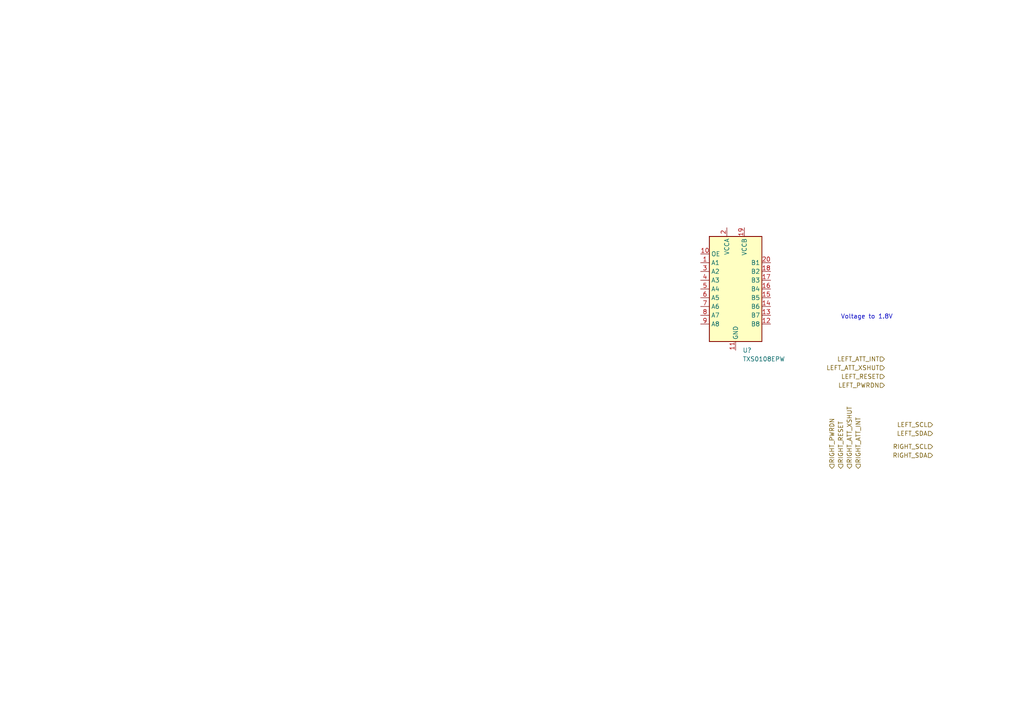
<source format=kicad_sch>
(kicad_sch (version 20211123) (generator eeschema)
  (paper "A4")
  (title_block (title "Camera Domain"))
  (lib_symbols
    (symbol "Logic_LevelTranslator:TXS0108EPW"
      (property "Reference" "U" (at -6.35 16.51 0))
      (property "Value" "TXS0108EPW" (at 3.81 16.51 0))
      (symbol "TXS0108EPW_0_1"
        (rectangle (start -7.62 15.24) (end 7.62 -15.24) (stroke (width 0.254)) (fill (type background)))
      )
      (symbol "TXS0108EPW_1_1"
        (pin bidirectional line (at -10.16 7.62 0) (length 2.54) (name "A1") (number "1"))
        (pin input line (at -10.16 10.16 0) (length 2.54) (name "OE") (number "10"))
        (pin power_in line (at 0 -17.78 90) (length 2.54) (name "GND") (number "11"))
        (pin bidirectional line (at 10.16 -10.16 180) (length 2.54) (name "B8") (number "12"))
        (pin bidirectional line (at 10.16 -7.62 180) (length 2.54) (name "B7") (number "13"))
        (pin bidirectional line (at 10.16 -5.08 180) (length 2.54) (name "B6") (number "14"))
        (pin bidirectional line (at 10.16 -2.54 180) (length 2.54) (name "B5") (number "15"))
        (pin bidirectional line (at 10.16 0 180) (length 2.54) (name "B4") (number "16"))
        (pin bidirectional line (at 10.16 2.54 180) (length 2.54) (name "B3") (number "17"))
        (pin bidirectional line (at 10.16 5.08 180) (length 2.54) (name "B2") (number "18"))
        (pin power_in line (at 2.54 17.78 270) (length 2.54) (name "VCCB") (number "19"))
        (pin power_in line (at -2.54 17.78 270) (length 2.54) (name "VCCA") (number "2"))
        (pin bidirectional line (at 10.16 7.62 180) (length 2.54) (name "B1") (number "20"))
        (pin bidirectional line (at -10.16 5.08 0) (length 2.54) (name "A2") (number "3"))
        (pin bidirectional line (at -10.16 2.54 0) (length 2.54) (name "A3") (number "4"))
        (pin bidirectional line (at -10.16 0 0) (length 2.54) (name "A4") (number "5"))
        (pin bidirectional line (at -10.16 -2.54 0) (length 2.54) (name "A5") (number "6"))
        (pin bidirectional line (at -10.16 -5.08 0) (length 2.54) (name "A6") (number "7"))
        (pin bidirectional line (at -10.16 -7.62 0) (length 2.54) (name "A7") (number "8"))
        (pin bidirectional line (at -10.16 -10.16 0) (length 2.54) (name "A8") (number "9"))
      )
    )
  )
  (text "Voltage to 1.8V" (at 243.84 92.71 0) (effects (font (size 1.27 1.27)) (justify left bottom)))
  (hierarchical_label "RIGHT_ATT_XSHUT" (shape input) (at 246.38 135.89 90))
  (hierarchical_label "LEFT_SCL" (shape input) (at 270.51 123.19 180))
  (hierarchical_label "LEFT_ATT_INT" (shape input) (at 256.54 104.14 180))
  (hierarchical_label "RIGHT_SCL" (shape input) (at 270.51 129.54 180))
  (hierarchical_label "RIGHT_RESET" (shape input) (at 243.84 135.89 90))
  (hierarchical_label "LEFT_RESET" (shape input) (at 256.54 109.22 180))
  (hierarchical_label "LEFT_PWRDN" (shape input) (at 256.54 111.76 180))
  (hierarchical_label "RIGHT_SDA" (shape input) (at 270.51 132.08 180))
  (hierarchical_label "LEFT_SDA" (shape input) (at 270.51 125.73 180))
  (hierarchical_label "RIGHT_PWRDN" (shape input) (at 241.3 135.89 90))
  (hierarchical_label "LEFT_ATT_XSHUT" (shape input) (at 256.54 106.68 180))
  (hierarchical_label "RIGHT_ATT_INT" (shape input) (at 248.92 135.89 90))
  (symbol (lib_id "Logic_LevelTranslator:TXS0108EPW") (at 213.36 83.82 0) (unit 1)
    (property "Reference" "U?" (at 215.3794 101.6 0) (effects (justify left)))
    (property "Value" "TXS0108EPW" (at 215.3794 104.14 0) (effects (justify left)))
    (property "Footprint" "Package_SO:TSSOP-20_4.4x6.5mm_P0.65mm" (effects hide))
    (property "Datasheet" "www.ti.com/lit/ds/symlink/txs0108e.pdf" (effects hide))
  )
)
</source>
